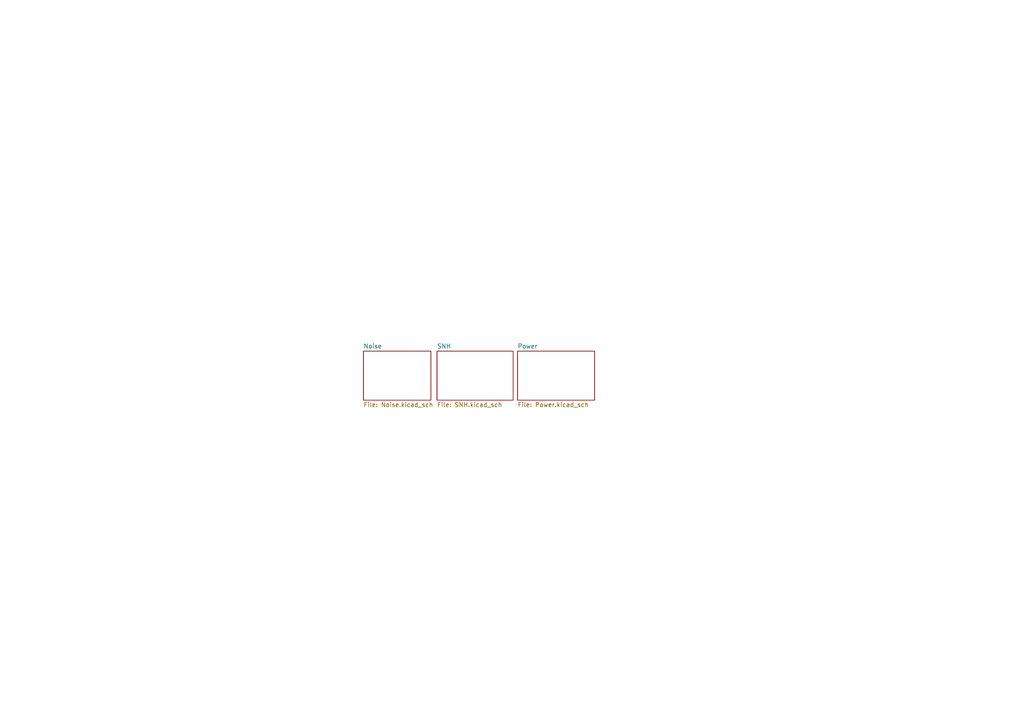
<source format=kicad_sch>
(kicad_sch (version 20211123) (generator eeschema)
  (paper "A4")
  (lib_symbols)
  (sheet (at 105.41 101.854) (size 19.558 14.224) (stroke (width 0.1524))
    (property "Sheet name" "Noise" (at 105.41 101.1424 0) (effects (justify left bottom)))
    (property "Sheet file" "Noise.kicad_sch" (at 105.41 116.6626 0) (effects (justify left top)))
  )
  (sheet (at 126.746 101.854) (size 22.098 14.224) (stroke (width 0.1524))
    (property "Sheet name" "SNH" (at 126.746 101.1424 0) (effects (justify left bottom)))
    (property "Sheet file" "SNH.kicad_sch" (at 126.746 116.6626 0) (effects (justify left top)))
  )
  (sheet (at 150.114 101.854) (size 22.352 14.224) (stroke (width 0.1524)) (fill (color 255 255 255 0.0000))
    (property "Sheet name" "Power" (at 150.114 101.1424 0) (effects (justify left bottom)))
    (property "Sheet file" "Power.kicad_sch" (at 150.114 116.6626 0) (effects (justify left top)))
  )
)
</source>
